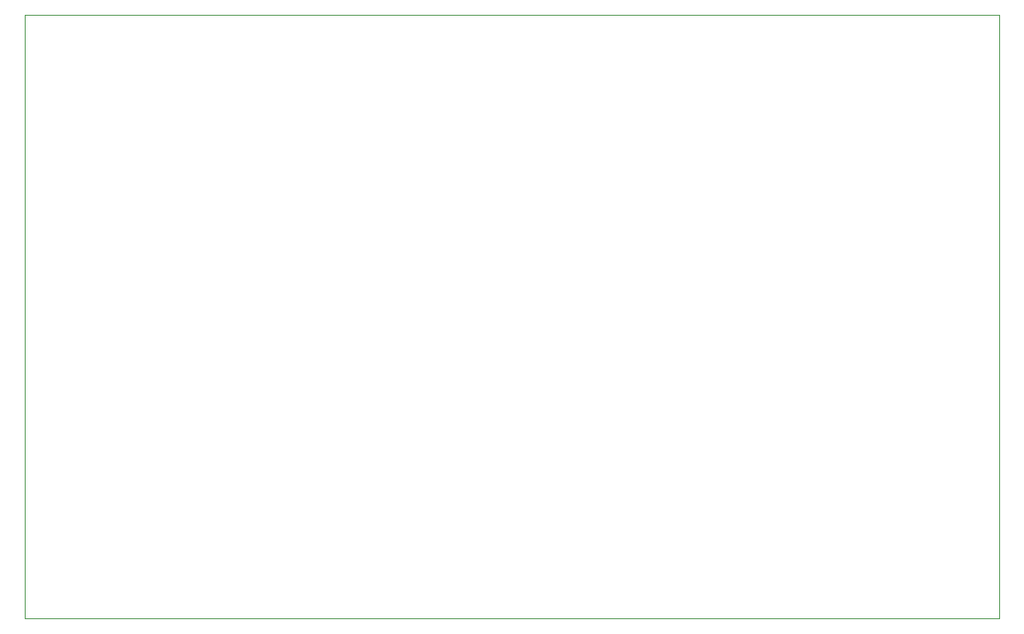
<source format=gm1>
%TF.GenerationSoftware,KiCad,Pcbnew,9.0.0*%
%TF.CreationDate,2025-03-01T22:53:14+02:00*%
%TF.ProjectId,hackpad,6861636b-7061-4642-9e6b-696361645f70,rev?*%
%TF.SameCoordinates,Original*%
%TF.FileFunction,Profile,NP*%
%FSLAX46Y46*%
G04 Gerber Fmt 4.6, Leading zero omitted, Abs format (unit mm)*
G04 Created by KiCad (PCBNEW 9.0.0) date 2025-03-01 22:53:14*
%MOMM*%
%LPD*%
G01*
G04 APERTURE LIST*
%TA.AperFunction,Profile*%
%ADD10C,0.050000*%
%TD*%
G04 APERTURE END LIST*
D10*
X159362500Y-59531250D02*
X259318750Y-59531250D01*
X259318750Y-121443750D01*
X159362500Y-121443750D01*
X159362500Y-59531250D01*
M02*

</source>
